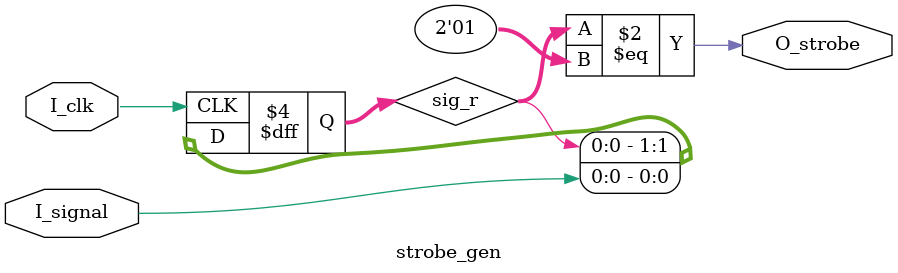
<source format=v>
`timescale 1ns / 1ns

module strobe_gen #(
	parameter TYPE="RISE_EDGE"
) (
	input I_clk,
	input I_signal,
	output O_strobe
);
reg [1:0] sig_r;
generate
if (TYPE=="RISE_EDGE")
	initial
		sig_r=2'b0;
else
	initial
		sig_r=2'b11;
endgenerate

always @(posedge I_clk) begin
	sig_r<={sig_r[0],I_signal};
end
assign O_strobe=(sig_r==2'b01);

endmodule

</source>
